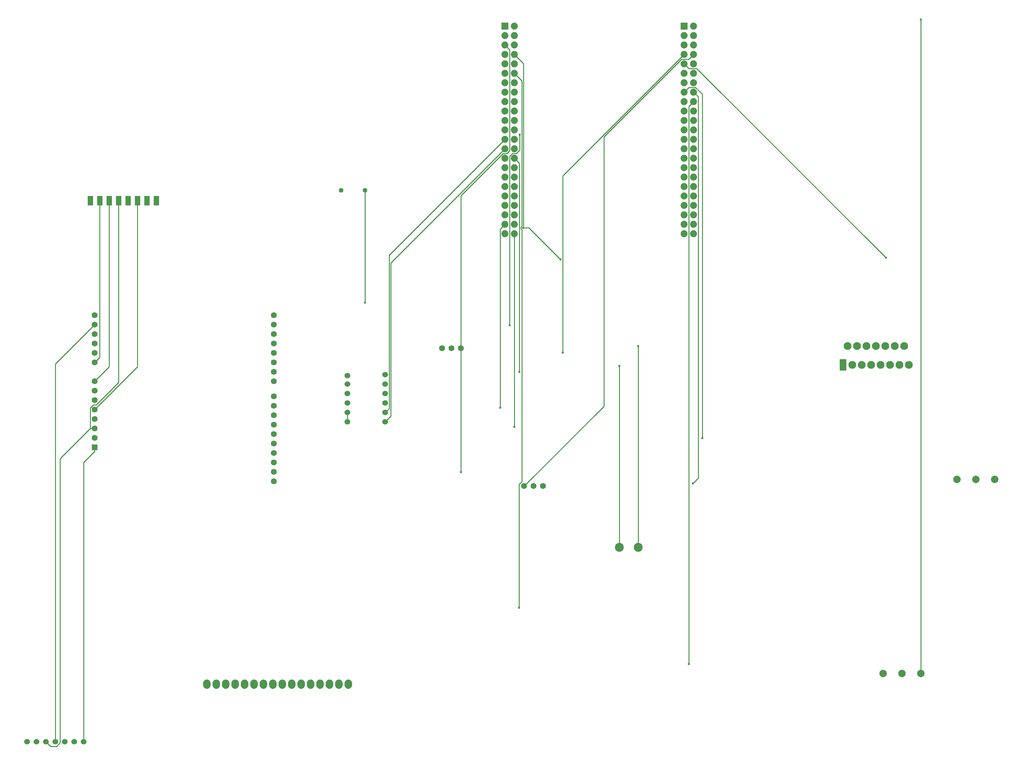
<source format=gbl>
G04 Layer: BottomLayer*
G04 EasyEDA v6.4.19.4, 2021-04-14T13:58:42--4:00*
G04 fa96b751c2d54882ab86a56ef34f2425,10*
G04 Gerber Generator version 0.2*
G04 Scale: 100 percent, Rotated: No, Reflected: No *
G04 Dimensions in millimeters *
G04 leading zeros omitted , absolute positions ,4 integer and 5 decimal *
%FSLAX45Y45*%
%MOMM*%

%ADD11C,0.2600*%
%ADD12C,0.6100*%
%ADD19C,2.4000*%
%ADD21C,2.1000*%
%ADD22C,1.3005*%
%ADD23C,1.6000*%
%ADD25R,1.6000X1.6000*%
%ADD26C,1.5240*%
%ADD27C,2.0000*%
%ADD28R,1.8796X1.8796*%
%ADD29C,1.8796*%

%LPD*%
D11*
X26873200Y-15963900D02*
G01*
X26873200Y1638807D01*
X16052800Y-14192504D02*
G01*
X16052800Y-10871200D01*
X16127222Y-10797031D01*
X16127222Y-4021328D01*
X16104870Y-3998976D01*
X16104870Y-3949445D01*
X16127222Y-3927094D01*
X16127222Y-10921D01*
X15925800Y190500D01*
X15925800Y-2095500D02*
G01*
X16062452Y-2232152D01*
X16062452Y-7848854D01*
X15671800Y-1587500D02*
G01*
X12552172Y-4707128D01*
X12552172Y-8834628D01*
X12446000Y-8940800D01*
X15671800Y-1841500D02*
G01*
X12599670Y-4913629D01*
X12599670Y-9041129D01*
X12599670Y-9041129D01*
X12446000Y-9194800D01*
X3568700Y-17805400D02*
G01*
X3568700Y-7632954D01*
X4622800Y-6578854D01*
X20497800Y444500D02*
G01*
X20624800Y317500D01*
X20840445Y317500D01*
X25933400Y-4775454D01*
X20751800Y-571500D02*
G01*
X20624800Y-698500D01*
X20624800Y-15712947D01*
X20985479Y-9631171D02*
G01*
X20985479Y-372363D01*
X20803616Y-190500D01*
X20624800Y-190500D01*
X20497800Y-317500D01*
X20734274Y-10847578D02*
G01*
X20874990Y-10706608D01*
X20874990Y-440689D01*
X20751800Y-317500D01*
X15925800Y-4127500D02*
G01*
X15925800Y-9327134D01*
X4622800Y-7594854D02*
G01*
X4762500Y-7455154D01*
X4762500Y-3238500D01*
X4622800Y-8102854D02*
G01*
X5016500Y-7709154D01*
X5016500Y-3238500D01*
X4622800Y-8864854D02*
G01*
X5778500Y-7709154D01*
X5778500Y-3238500D01*
X4507738Y-9372854D02*
G01*
X4507738Y-8823452D01*
X4593336Y-8737854D01*
X4665725Y-8737854D01*
X5270500Y-8133079D01*
X5270500Y-3238500D01*
X3314700Y-17805400D02*
G01*
X3435095Y-17925795D01*
X3598163Y-17925795D01*
X3695700Y-17828260D01*
X3695700Y-10184892D01*
X4507738Y-9372854D01*
X4507738Y-9372854D02*
G01*
X4622800Y-9372854D01*
X20751800Y698500D02*
G01*
X20624800Y571500D01*
X20430743Y571500D01*
X18336259Y-1522984D01*
X18336259Y-8778239D01*
X16192500Y-10922000D01*
X20497800Y698500D02*
G01*
X17232375Y-2566923D01*
X17232375Y-7327137D01*
X11907520Y-2959100D02*
G01*
X11907520Y-5981954D01*
X14490700Y-7213600D02*
G01*
X14490700Y-10543286D01*
X15671800Y952500D02*
G01*
X15798800Y825500D01*
X15798800Y-1893315D01*
X15723361Y-1968500D01*
X15624556Y-1968500D01*
X14490700Y-3102355D01*
X14490700Y-7213600D01*
X4622800Y-9880854D02*
G01*
X4622800Y-9990074D01*
X11430000Y-9194800D02*
G01*
X11430000Y-8940800D01*
X15671800Y-3873500D02*
G01*
X15540990Y-4004310D01*
X15540990Y-8813800D01*
X16164559Y-3974084D02*
G01*
X16171925Y-3966718D01*
X16171925Y-3966718D02*
G01*
X16171925Y452373D01*
X15925800Y698500D01*
X16171925Y-3966718D02*
G01*
X16312895Y-3966718D01*
X17172177Y-4826000D01*
X4622800Y-9990074D02*
G01*
X4330700Y-10282174D01*
X4330700Y-17805400D01*
X15798800Y-6590284D02*
G01*
X15798800Y-2042668D01*
X15872968Y-1968500D01*
X15978124Y-1968500D01*
X16067024Y-1879854D01*
X16067024Y-1460500D01*
X19265900Y-12573000D02*
G01*
X19265900Y-7150100D01*
X18757900Y-12573000D02*
G01*
X18757900Y-7683500D01*
D19*
G01*
X18757900Y-12573000D03*
G01*
X19265900Y-12573000D03*
G36*
X24687700Y-7508100D02*
G01*
X24867699Y-7508100D01*
X24867699Y-7808099D01*
X24687700Y-7808099D01*
G37*
D21*
G01*
X24904700Y-7150100D03*
G01*
X25031700Y-7658100D03*
G01*
X25158700Y-7150100D03*
G01*
X25285700Y-7658100D03*
G01*
X25412700Y-7150100D03*
G01*
X25539700Y-7658100D03*
G01*
X25666700Y-7150100D03*
G01*
X25793700Y-7658100D03*
G01*
X25920700Y-7150100D03*
G01*
X26047700Y-7658100D03*
G01*
X26174700Y-7150100D03*
G01*
X26301700Y-7658100D03*
G01*
X26428700Y-7150100D03*
G01*
X26555700Y-7658100D03*
D22*
G01*
X11257279Y-2959100D03*
G01*
X11907520Y-2959100D03*
D23*
G01*
X13982700Y-7213600D03*
G01*
X14236700Y-7213600D03*
G01*
X14490700Y-7213600D03*
G01*
X16192500Y-10922000D03*
G01*
X16446500Y-10922000D03*
G01*
X16700500Y-10922000D03*
G36*
X6357315Y-3111119D02*
G01*
X6357315Y-3365880D01*
X6215710Y-3365880D01*
X6215710Y-3111119D01*
G37*
G36*
X6103315Y-3111119D02*
G01*
X6103315Y-3365880D01*
X5961710Y-3365880D01*
X5961710Y-3111119D01*
G37*
G36*
X5849315Y-3111119D02*
G01*
X5849315Y-3365880D01*
X5707710Y-3365880D01*
X5707710Y-3111119D01*
G37*
G36*
X5595315Y-3111119D02*
G01*
X5595315Y-3365880D01*
X5453710Y-3365880D01*
X5453710Y-3111119D01*
G37*
G36*
X5341315Y-3111119D02*
G01*
X5341315Y-3365880D01*
X5199710Y-3365880D01*
X5199710Y-3111119D01*
G37*
G36*
X5087315Y-3111119D02*
G01*
X5087315Y-3365880D01*
X4945710Y-3365880D01*
X4945710Y-3111119D01*
G37*
G36*
X4833315Y-3111119D02*
G01*
X4833315Y-3365880D01*
X4691710Y-3365880D01*
X4691710Y-3111119D01*
G37*
G36*
X4579315Y-3111119D02*
G01*
X4579315Y-3365880D01*
X4437710Y-3365880D01*
X4437710Y-3111119D01*
G37*
G01*
X9448800Y-10794796D03*
G01*
X9448800Y-10540796D03*
D25*
G01*
X4622800Y-9880803D03*
D23*
G01*
X9448800Y-6832803D03*
G01*
X4622800Y-9626803D03*
G01*
X9448800Y-7086803D03*
G01*
X4622800Y-9372803D03*
G01*
X9448800Y-7340803D03*
G01*
X4622800Y-9118803D03*
G01*
X9448800Y-7594803D03*
G01*
X4622800Y-8864803D03*
G01*
X9448800Y-7848803D03*
G01*
X4622800Y-8610803D03*
G01*
X9448800Y-8102803D03*
G01*
X4622800Y-8356803D03*
G01*
X9448800Y-8508796D03*
G01*
X4622800Y-8102803D03*
G01*
X9448800Y-8762796D03*
G01*
X4622800Y-7594803D03*
G01*
X9448800Y-9016796D03*
G01*
X4622800Y-7340803D03*
G01*
X9448800Y-9270796D03*
G01*
X4622800Y-7086803D03*
G01*
X9448800Y-9524796D03*
G01*
X4622800Y-6832803D03*
G01*
X9448800Y-9778796D03*
G01*
X4622800Y-6578803D03*
G01*
X9448800Y-10032796D03*
G01*
X4622800Y-6324803D03*
G01*
X9448800Y-10286796D03*
G01*
X9448800Y-6324803D03*
G01*
X9448800Y-6578803D03*
D26*
G01*
X2806700Y-17805400D03*
G01*
X3060700Y-17805400D03*
G01*
X3314700Y-17805400D03*
G01*
X3568700Y-17805400D03*
G01*
X3822700Y-17805400D03*
G01*
X4076700Y-17805400D03*
G01*
X4330700Y-17805400D03*
G01*
X11430000Y-7950200D03*
G01*
X11430000Y-8178800D03*
G01*
X11430000Y-8432800D03*
G01*
X11430000Y-8686800D03*
G01*
X11430000Y-8940800D03*
G01*
X11430000Y-9194800D03*
G01*
X12446000Y-9194800D03*
G01*
X12446000Y-8940800D03*
G01*
X12446000Y-8686800D03*
G01*
X12446000Y-8432800D03*
G01*
X12446000Y-8178800D03*
G01*
X12446000Y-7924800D03*
D27*
G01*
X27851100Y-10744200D03*
G01*
X28359100Y-10744200D03*
G01*
X28867100Y-10744200D03*
G01*
X25857200Y-15963900D03*
G01*
X26365200Y-15963900D03*
G01*
X26873200Y-15963900D03*
D28*
G01*
X15671800Y1460500D03*
D29*
G01*
X15925800Y1460500D03*
G01*
X15671800Y1206500D03*
G01*
X15925800Y1206500D03*
G01*
X15671800Y952500D03*
G01*
X15925800Y952500D03*
G01*
X15671800Y698500D03*
G01*
X15925800Y698500D03*
G01*
X15671800Y444500D03*
G01*
X15925800Y444500D03*
G01*
X15671800Y190500D03*
G01*
X15925800Y190500D03*
G01*
X15671800Y-63500D03*
G01*
X15925800Y-63500D03*
G01*
X15671800Y-317500D03*
G01*
X15925800Y-317500D03*
G01*
X15671800Y-571500D03*
G01*
X15925800Y-571500D03*
G01*
X15671800Y-825500D03*
G01*
X15925800Y-825500D03*
G01*
X15671800Y-1079500D03*
G01*
X15925800Y-1079500D03*
G01*
X15671800Y-1333500D03*
G01*
X15925800Y-1333500D03*
G01*
X15671800Y-1587500D03*
G01*
X15925800Y-1587500D03*
G01*
X15671800Y-1841500D03*
G01*
X15925800Y-1841500D03*
G01*
X15671800Y-2095500D03*
G01*
X15925800Y-2095500D03*
G01*
X15671800Y-2349500D03*
G01*
X15925800Y-2349500D03*
G01*
X15671800Y-2603500D03*
G01*
X15925800Y-2603500D03*
G01*
X15671800Y-2857500D03*
G01*
X15925800Y-2857500D03*
G01*
X15671800Y-3111500D03*
G01*
X15925800Y-3111500D03*
G01*
X15671800Y-3365500D03*
G01*
X15925800Y-3365500D03*
G01*
X15671800Y-3619500D03*
G01*
X15925800Y-3619500D03*
G01*
X15671800Y-3873500D03*
G01*
X15925800Y-3873500D03*
G01*
X15671800Y-4127500D03*
G01*
X15925800Y-4127500D03*
D28*
G01*
X20497800Y1460500D03*
D29*
G01*
X20751800Y1460500D03*
G01*
X20497800Y1206500D03*
G01*
X20751800Y1206500D03*
G01*
X20497800Y952500D03*
G01*
X20751800Y952500D03*
G01*
X20497800Y698500D03*
G01*
X20751800Y698500D03*
G01*
X20497800Y444500D03*
G01*
X20751800Y444500D03*
G01*
X20497800Y190500D03*
G01*
X20751800Y190500D03*
G01*
X20497800Y-63500D03*
G01*
X20751800Y-63500D03*
G01*
X20497800Y-317500D03*
G01*
X20751800Y-317500D03*
G01*
X20497800Y-571500D03*
G01*
X20751800Y-571500D03*
G01*
X20497800Y-825500D03*
G01*
X20751800Y-825500D03*
G01*
X20497800Y-1079500D03*
G01*
X20751800Y-1079500D03*
G01*
X20497800Y-1333500D03*
G01*
X20751800Y-1333500D03*
G01*
X20497800Y-1587500D03*
G01*
X20751800Y-1587500D03*
G01*
X20497800Y-1841500D03*
G01*
X20751800Y-1841500D03*
G01*
X20497800Y-2095500D03*
G01*
X20751800Y-2095500D03*
G01*
X20497800Y-2349500D03*
G01*
X20751800Y-2349500D03*
G01*
X20497800Y-2603500D03*
G01*
X20751800Y-2603500D03*
G01*
X20497800Y-2857500D03*
G01*
X20751800Y-2857500D03*
G01*
X20497800Y-3111500D03*
G01*
X20751800Y-3111500D03*
G01*
X20497800Y-3365500D03*
G01*
X20751800Y-3365500D03*
G01*
X20497800Y-3619500D03*
G01*
X20751800Y-3619500D03*
G01*
X20497800Y-3873500D03*
G01*
X20751800Y-3873500D03*
G01*
X20497800Y-4127500D03*
G01*
X20751800Y-4127500D03*
D12*
G01*
X26873200Y1638807D03*
G01*
X16052800Y-14192504D03*
G01*
X16062452Y-7848854D03*
G01*
X25933400Y-4775454D03*
G01*
X20624800Y-15712947D03*
G01*
X20985479Y-9631171D03*
G01*
X20734274Y-10847578D03*
G01*
X15925800Y-9327134D03*
G01*
X17232375Y-7327137D03*
G01*
X11907520Y-5981954D03*
G01*
X14490700Y-10543286D03*
G01*
X15540990Y-8813800D03*
G01*
X16164559Y-3974084D03*
G01*
X17172177Y-4826000D03*
G01*
X16067024Y-1460500D03*
G01*
X15798800Y-6590284D03*
G01*
X19265900Y-7150100D03*
G01*
X18757900Y-7683500D03*
D27*
X7645400Y-16281001D02*
G01*
X7645400Y-16231001D01*
X7899400Y-16281001D02*
G01*
X7899400Y-16231001D01*
X8153400Y-16281001D02*
G01*
X8153400Y-16231001D01*
X8407400Y-16281001D02*
G01*
X8407400Y-16231001D01*
X8661400Y-16281001D02*
G01*
X8661400Y-16231001D01*
X8915400Y-16281001D02*
G01*
X8915400Y-16231001D01*
X9169400Y-16281001D02*
G01*
X9169400Y-16231001D01*
X9423400Y-16281001D02*
G01*
X9423400Y-16231001D01*
X9677400Y-16281001D02*
G01*
X9677400Y-16231001D01*
X9931400Y-16281001D02*
G01*
X9931400Y-16231001D01*
X10185400Y-16281001D02*
G01*
X10185400Y-16230998D01*
X10439400Y-16281001D02*
G01*
X10439400Y-16230998D01*
X10693400Y-16281001D02*
G01*
X10693400Y-16230998D01*
X10947400Y-16281001D02*
G01*
X10947400Y-16230998D01*
X11201400Y-16281001D02*
G01*
X11201400Y-16230998D01*
X11455400Y-16281001D02*
G01*
X11455400Y-16230998D01*
M02*

</source>
